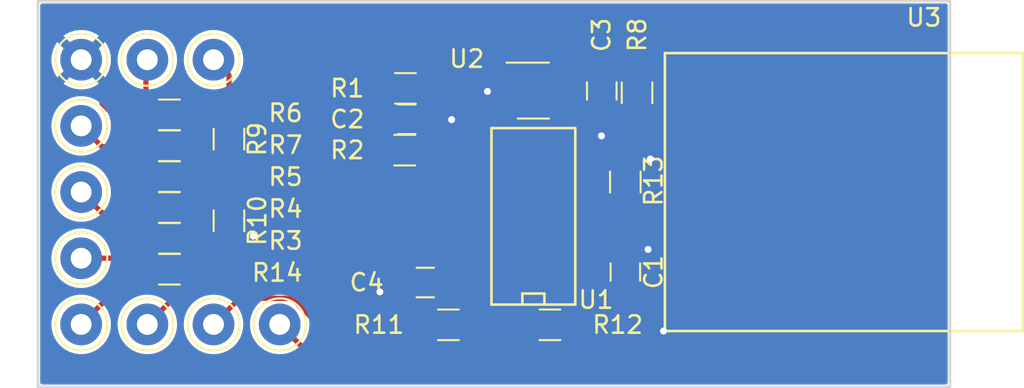
<source format=kicad_pcb>
(kicad_pcb (version 20221018) (generator pcbnew)
  (layers (0 "F.Cu" signal) (31 "B.Cu" signal) (34 "B.Paste" user) (35 "F.Paste" user) (36 "B.SilkS" user "B.Silkscreen") (37 "F.SilkS" user "F.Silkscreen") (38 "B.Mask" user) (39 "F.Mask" user) (44 "Edge.Cuts" user))
  (net 0 "")
  (net 1 "+3V3")
  (net 2 "GND")
  (net 3 "+5V")
  (net 4 "Net-(R1-Pad1)")
  (net 5 "Net-(R2-Pad1)")
  (net 6 "/TX_TO_DISPLAY")
  (net 7 "Net-(R3-Pad2)")
  (net 8 "/RX_FROM_POWER")
  (net 9 "Net-(R4-Pad2)")
  (net 10 "/TX_FROM_POWER")
  (net 11 "Net-(R5-Pad2)")
  (net 12 "/BTN_DOWN_IN")
  (net 13 "/BTN_DOWN_IN_LV")
  (net 14 "Net-(R8-Pad2)")
  (net 15 "/BTN_UP_IN")
  (net 16 "/BTN_UP_IN_LV")
  (net 17 "/BTN_UP_OUT")
  (net 18 "Net-(R11-Pad2)")
  (net 19 "/BTN_DOWN_OUT")
  (net 20 "Net-(R12-Pad2)")
  (net 21 "/TX_TO_DISPLAY_LV")
  (net 22 "/RX_FROM_POWER_LV")
  (net 23 "/TX_FROM_POWER_LV")
  (net 24 "Net-(U1-Pad6)")
  (net 25 "Net-(U1-Pad9)")
  (net 26 "Net-(U2-Pad4)")
  (net 27 "Net-(U3-Pad2)")
  (net 28 "Net-(U3-Pad3)")
  (net 29 "Net-(U3-Pad4)")
  (net 30 "Net-(U3-Pad7)")
  (net 31 "Net-(U3-Pad10)")
  (net 32 "Net-(U3-Pad12)")
  (net 33 "/RX_TO_DISPLAY")
  (net 34 "/RX_TO_DISPLAY_LV")
  (net 35 "Net-(R14-Pad2)")
  (footprint "Capacitors_SMD:C_0805_HandSoldering" (layer "F.Cu") (at 149.4395 126.53 90)
    (fp_text reference "C1" (at 0 1.625 90) (layer "F.SilkS"))
    (fp_text value "100nF")
    (fp_line (start -0.5 0.85) (end 0.5 0.85) (stroke (width 0.12)) (layer "F.SilkS"))
    (fp_line (start 0.5 -0.85) (end -0.5 -0.85) (stroke (width 0.12)) (layer "F.SilkS"))
    (pad "1" smd rect (at -1.25 0 90) (size 1.5 1.25) (layers "F.Cu" "F.Paste" "F.Mask") (net 1 "+3V3"))
    (pad "2" smd rect (at 1.25 0 90) (size 1.5 1.25) (layers "F.Cu" "F.Paste" "F.Mask") (net 2 "GND"))
  )
  (footprint "Capacitors_SMD:C_0805_HandSoldering" (layer "F.Cu") (at 136.8595 117.729)
    (fp_text reference "C2" (at -3.429 0) (layer "F.SilkS"))
    (fp_text value "10uF")
    (fp_line (start -0.5 0.85) (end 0.5 0.85) (stroke (width 0.12)) (layer "F.SilkS"))
    (fp_line (start 0.5 -0.85) (end -0.5 -0.85) (stroke (width 0.12)) (layer "F.SilkS"))
    (pad "1" smd rect (at -1.25 0) (size 1.5 1.25) (layers "F.Cu" "F.Paste" "F.Mask") (net 3 "+5V"))
    (pad "2" smd rect (at 1.25 0) (size 1.5 1.25) (layers "F.Cu" "F.Paste" "F.Mask") (net 2 "GND"))
  )
  (footprint "Capacitors_SMD:C_0805_HandSoldering" (layer "F.Cu") (at 148.082 116.098 -90)
    (fp_text reference "C3" (at -3.223 0.0195 90) (layer "F.SilkS"))
    (fp_text value "10uF")
    (fp_line (start -0.5 0.85) (end 0.5 0.85) (stroke (width 0.12)) (layer "F.SilkS"))
    (fp_line (start 0.5 -0.85) (end -0.5 -0.85) (stroke (width 0.12)) (layer "F.SilkS"))
    (pad "1" smd rect (at -1.25 0 270) (size 1.5 1.25) (layers "F.Cu" "F.Paste" "F.Mask") (net 1 "+3V3"))
    (pad "2" smd rect (at 1.25 0 270) (size 1.5 1.25) (layers "F.Cu" "F.Paste" "F.Mask") (net 2 "GND"))
  )
  (footprint "Capacitors_SMD:C_0805_HandSoldering" (layer "F.Cu") (at 137.922 127.127 180)
    (fp_text reference "C4" (at 3.375 0 180) (layer "F.SilkS"))
    (fp_text value "100nF")
    (fp_line (start -0.5 0.85) (end 0.5 0.85) (stroke (width 0.12)) (layer "F.SilkS"))
    (fp_line (start 0.5 -0.85) (end -0.5 -0.85) (stroke (width 0.12)) (layer "F.SilkS"))
    (pad "1" smd rect (at -1.25 0 180) (size 1.5 1.25) (layers "F.Cu" "F.Paste" "F.Mask") (net 3 "+5V"))
    (pad "2" smd rect (at 1.25 0 180) (size 1.5 1.25) (layers "F.Cu" "F.Paste" "F.Mask") (net 2 "GND"))
  )
  (footprint "Resistors_SMD:R_0805_HandSoldering" (layer "F.Cu") (at 136.7795 115.951 180)
    (fp_text reference "R1" (at 3.349 0 180) (layer "F.SilkS"))
    (fp_text value "10k")
    (fp_line (start -0.6 -0.88) (end 0.6 -0.88) (stroke (width 0.12)) (layer "F.SilkS"))
    (fp_line (start 0.6 0.88) (end -0.6 0.88) (stroke (width 0.12)) (layer "F.SilkS"))
    (pad "1" smd rect (at -1.35 0 180) (size 1.5 1.3) (layers "F.Cu" "F.Paste" "F.Mask") (net 4 "Net-(R1-Pad1)"))
    (pad "2" smd rect (at 1.35 0 180) (size 1.5 1.3) (layers "F.Cu" "F.Paste" "F.Mask") (net 3 "+5V"))
  )
  (footprint "Resistors_SMD:R_0805_HandSoldering" (layer "F.Cu") (at 136.7325 119.507 180)
    (fp_text reference "R2" (at 3.302 0 180) (layer "F.SilkS"))
    (fp_text value "10k")
    (fp_line (start -0.6 -0.88) (end 0.6 -0.88) (stroke (width 0.12)) (layer "F.SilkS"))
    (fp_line (start 0.6 0.88) (end -0.6 0.88) (stroke (width 0.12)) (layer "F.SilkS"))
    (pad "1" smd rect (at -1.35 0 180) (size 1.5 1.3) (layers "F.Cu" "F.Paste" "F.Mask") (net 5 "Net-(R2-Pad1)"))
    (pad "2" smd rect (at 1.35 0 180) (size 1.5 1.3) (layers "F.Cu" "F.Paste" "F.Mask") (net 1 "+3V3"))
  )
  (footprint "Resistors_SMD:R_0805_HandSoldering" (layer "F.Cu") (at 123.19 124.587)
    (fp_text reference "R3" (at 6.685 0.138) (layer "F.SilkS"))
    (fp_text value "1k")
    (fp_line (start -0.6 -0.88) (end 0.6 -0.88) (stroke (width 0.12)) (layer "F.SilkS"))
    (fp_line (start 0.6 0.88) (end -0.6 0.88) (stroke (width 0.12)) (layer "F.SilkS"))
    (pad "1" smd rect (at -1.35 0) (size 1.5 1.3) (layers "F.Cu" "F.Paste" "F.Mask") (net 6 "/TX_TO_DISPLAY"))
    (pad "2" smd rect (at 1.35 0) (size 1.5 1.3) (layers "F.Cu" "F.Paste" "F.Mask") (net 7 "Net-(R3-Pad2)"))
  )
  (footprint "Resistors_SMD:R_0805_HandSoldering" (layer "F.Cu") (at 123.19 122.809)
    (fp_text reference "R4" (at 6.685 0.0785) (layer "F.SilkS"))
    (fp_text value "1k")
    (fp_line (start -0.6 -0.88) (end 0.6 -0.88) (stroke (width 0.12)) (layer "F.SilkS"))
    (fp_line (start 0.6 0.88) (end -0.6 0.88) (stroke (width 0.12)) (layer "F.SilkS"))
    (pad "1" smd rect (at -1.35 0) (size 1.5 1.3) (layers "F.Cu" "F.Paste" "F.Mask") (net 10 "/TX_FROM_POWER"))
    (pad "2" smd rect (at 1.35 0) (size 1.5 1.3) (layers "F.Cu" "F.Paste" "F.Mask") (net 9 "Net-(R4-Pad2)"))
  )
  (footprint "Resistors_SMD:R_0805_HandSoldering" (layer "F.Cu") (at 123.19 121.031)
    (fp_text reference "R5" (at 6.685 0.019) (layer "F.SilkS"))
    (fp_text value "1k")
    (fp_line (start -0.6 -0.88) (end 0.6 -0.88) (stroke (width 0.12)) (layer "F.SilkS"))
    (fp_line (start 0.6 0.88) (end -0.6 0.88) (stroke (width 0.12)) (layer "F.SilkS"))
    (pad "1" smd rect (at -1.35 0) (size 1.5 1.3) (layers "F.Cu" "F.Paste" "F.Mask") (net 8 "/RX_FROM_POWER"))
    (pad "2" smd rect (at 1.35 0) (size 1.5 1.3) (layers "F.Cu" "F.Paste" "F.Mask") (net 11 "Net-(R5-Pad2)"))
  )
  (footprint "Resistors_SMD:R_0805_HandSoldering" (layer "F.Cu") (at 123.19 117.475)
    (fp_text reference "R6" (at 6.685 -0.1 180) (layer "F.SilkS"))
    (fp_text value "1k")
    (fp_line (start -0.6 -0.88) (end 0.6 -0.88) (stroke (width 0.12)) (layer "F.SilkS"))
    (fp_line (start 0.6 0.88) (end -0.6 0.88) (stroke (width 0.12)) (layer "F.SilkS"))
    (pad "1" smd rect (at -1.35 0) (size 1.5 1.3) (layers "F.Cu" "F.Paste" "F.Mask") (net 12 "/BTN_DOWN_IN"))
    (pad "2" smd rect (at 1.35 0) (size 1.5 1.3) (layers "F.Cu" "F.Paste" "F.Mask") (net 13 "/BTN_DOWN_IN_LV"))
  )
  (footprint "Resistors_SMD:R_0805_HandSoldering" (layer "F.Cu") (at 123.19 119.253 180)
    (fp_text reference "R7" (at -6.685 0.0405) (layer "F.SilkS"))
    (fp_text value "2k")
    (fp_line (start -0.6 -0.88) (end 0.6 -0.88) (stroke (width 0.12)) (layer "F.SilkS"))
    (fp_line (start 0.6 0.88) (end -0.6 0.88) (stroke (width 0.12)) (layer "F.SilkS"))
    (pad "1" smd rect (at -1.35 0 180) (size 1.5 1.3) (layers "F.Cu" "F.Paste" "F.Mask") (net 13 "/BTN_DOWN_IN_LV"))
    (pad "2" smd rect (at 1.35 0 180) (size 1.5 1.3) (layers "F.Cu" "F.Paste" "F.Mask") (net 2 "GND"))
  )
  (footprint "Resistors_SMD:R_0805_HandSoldering" (layer "F.Cu") (at 150.114 116.205 -90)
    (fp_text reference "R8" (at -3.33 -0.011 270) (layer "F.SilkS"))
    (fp_text value "10k")
    (fp_line (start -0.6 -0.88) (end 0.6 -0.88) (stroke (width 0.12)) (layer "F.SilkS"))
    (fp_line (start 0.6 0.88) (end -0.6 0.88) (stroke (width 0.12)) (layer "F.SilkS"))
    (pad "1" smd rect (at -1.35 0 270) (size 1.5 1.3) (layers "F.Cu" "F.Paste" "F.Mask") (net 1 "+3V3"))
    (pad "2" smd rect (at 1.35 0 270) (size 1.5 1.3) (layers "F.Cu" "F.Paste" "F.Mask") (net 14 "Net-(R8-Pad2)"))
  )
  (footprint "Resistors_SMD:R_0805_HandSoldering" (layer "F.Cu") (at 126.619 118.872 -90)
    (fp_text reference "R9" (at 0.003 -1.631 90) (layer "F.SilkS"))
    (fp_text value "1k")
    (fp_line (start -0.6 -0.88) (end 0.6 -0.88) (stroke (width 0.12)) (layer "F.SilkS"))
    (fp_line (start 0.6 0.88) (end -0.6 0.88) (stroke (width 0.12)) (layer "F.SilkS"))
    (pad "1" smd rect (at -1.35 0 270) (size 1.5 1.3) (layers "F.Cu" "F.Paste" "F.Mask") (net 15 "/BTN_UP_IN"))
    (pad "2" smd rect (at 1.35 0 270) (size 1.5 1.3) (layers "F.Cu" "F.Paste" "F.Mask") (net 16 "/BTN_UP_IN_LV"))
  )
  (footprint "Resistors_SMD:R_0805_HandSoldering" (layer "F.Cu") (at 126.619 123.571 -90)
    (fp_text reference "R10" (at -0.0085 -1.631 90) (layer "F.SilkS"))
    (fp_text value "2k")
    (fp_line (start -0.6 -0.88) (end 0.6 -0.88) (stroke (width 0.12)) (layer "F.SilkS"))
    (fp_line (start 0.6 0.88) (end -0.6 0.88) (stroke (width 0.12)) (layer "F.SilkS"))
    (pad "1" smd rect (at -1.35 0 270) (size 1.5 1.3) (layers "F.Cu" "F.Paste" "F.Mask") (net 16 "/BTN_UP_IN_LV"))
    (pad "2" smd rect (at 1.35 0 270) (size 1.5 1.3) (layers "F.Cu" "F.Paste" "F.Mask") (net 2 "GND"))
  )
  (footprint "Resistors_SMD:R_0805_HandSoldering" (layer "F.Cu") (at 139.25 129.5625)
    (fp_text reference "R11" (at -4 0) (layer "F.SilkS"))
    (fp_text value "10k")
    (fp_line (start -0.6 -0.88) (end 0.6 -0.88) (stroke (width 0.12)) (layer "F.SilkS"))
    (fp_line (start 0.6 0.88) (end -0.6 0.88) (stroke (width 0.12)) (layer "F.SilkS"))
    (pad "1" smd rect (at -1.35 0) (size 1.5 1.3) (layers "F.Cu" "F.Paste" "F.Mask") (net 17 "/BTN_UP_OUT"))
    (pad "2" smd rect (at 1.35 0) (size 1.5 1.3) (layers "F.Cu" "F.Paste" "F.Mask") (net 18 "Net-(R11-Pad2)"))
  )
  (footprint "Resistors_SMD:R_0805_HandSoldering" (layer "F.Cu") (at 145.1 129.5625)
    (fp_text reference "R12" (at 3.9 0) (layer "F.SilkS"))
    (fp_text value "10k")
    (fp_line (start -0.6 -0.88) (end 0.6 -0.88) (stroke (width 0.12)) (layer "F.SilkS"))
    (fp_line (start 0.6 0.88) (end -0.6 0.88) (stroke (width 0.12)) (layer "F.SilkS"))
    (pad "1" smd rect (at -1.35 0) (size 1.5 1.3) (layers "F.Cu" "F.Paste" "F.Mask") (net 19 "/BTN_DOWN_OUT"))
    (pad "2" smd rect (at 1.35 0) (size 1.5 1.3) (layers "F.Cu" "F.Paste" "F.Mask") (net 20 "Net-(R12-Pad2)"))
  )
  (footprint "SMD_Packages:SOIC-14_N" (layer "F.Cu") (at 144.018 123.317 90)
    (fp_text reference "U1" (at -4.808 3.732 180) (layer "F.SilkS"))
    (fp_text value "TXB0104")
    (fp_line (start -5.08 -2.286) (end 5.08 -2.286) (stroke (width 0.15)) (layer "F.SilkS"))
    (fp_line (start -5.08 -0.508) (end -4.445 -0.508) (stroke (width 0.15)) (layer "F.SilkS"))
    (fp_line (start -5.08 2.54) (end -5.08 -2.286) (stroke (width 0.15)) (layer "F.SilkS"))
    (fp_line (start -4.445 -0.508) (end -4.445 0.762) (stroke (width 0.15)) (layer "F.SilkS"))
    (fp_line (start -4.445 0.762) (end -5.08 0.762) (stroke (width 0.15)) (layer "F.SilkS"))
    (fp_line (start 5.08 -2.286) (end 5.08 2.54) (stroke (width 0.15)) (layer "F.SilkS"))
    (fp_line (start 5.08 2.54) (end -5.08 2.54) (stroke (width 0.15)) (layer "F.SilkS"))
    (pad "1" smd rect (at -3.81 3.302 90) (size 0.508 1.143) (layers "F.Cu" "F.Paste" "F.Mask") (net 1 "+3V3"))
    (pad "2" smd rect (at -2.54 3.302 90) (size 0.508 1.143) (layers "F.Cu" "F.Paste" "F.Mask") (net 34 "/RX_TO_DISPLAY_LV"))
    (pad "3" smd rect (at -1.27 3.302 90) (size 0.508 1.143) (layers "F.Cu" "F.Paste" "F.Mask") (net 21 "/TX_TO_DISPLAY_LV"))
    (pad "4" smd rect (at 0 3.302 90) (size 0.508 1.143) (layers "F.Cu" "F.Paste" "F.Mask") (net 23 "/TX_FROM_POWER_LV"))
    (pad "5" smd rect (at 1.27 3.302 90) (size 0.508 1.143) (layers "F.Cu" "F.Paste" "F.Mask") (net 22 "/RX_FROM_POWER_LV"))
    (pad "6" smd rect (at 2.54 3.302 90) (size 0.508 1.143) (layers "F.Cu" "F.Paste" "F.Mask") (net 24 "Net-(U1-Pad6)"))
    (pad "7" smd rect (at 3.81 3.302 90) (size 0.508 1.143) (layers "F.Cu" "F.Paste" "F.Mask") (net 2 "GND"))
    (pad "8" smd rect (at 3.81 -3.048 90) (size 0.508 1.143) (layers "F.Cu" "F.Paste" "F.Mask") (net 5 "Net-(R2-Pad1)"))
    (pad "9" smd rect (at 2.54 -3.048 90) (size 0.508 1.143) (layers "F.Cu" "F.Paste" "F.Mask") (net 25 "Net-(U1-Pad9)"))
    (pad "10" smd rect (at 1.27 -3.048 90) (size 0.508 1.143) (layers "F.Cu" "F.Paste" "F.Mask") (net 11 "Net-(R5-Pad2)"))
    (pad "11" smd rect (at 0 -3.048 90) (size 0.508 1.143) (layers "F.Cu" "F.Paste" "F.Mask") (net 9 "Net-(R4-Pad2)"))
    (pad "12" smd rect (at -1.27 -3.048 90) (size 0.508 1.143) (layers "F.Cu" "F.Paste" "F.Mask") (net 7 "Net-(R3-Pad2)"))
    (pad "13" smd rect (at -2.54 -3.048 90) (size 0.508 1.143) (layers "F.Cu" "F.Paste" "F.Mask") (net 35 "Net-(R14-Pad2)"))
    (pad "14" smd rect (at -3.81 -3.048 90) (size 0.508 1.143) (layers "F.Cu" "F.Paste" "F.Mask") (net 3 "+5V"))
  )
  (footprint "TO_SOT_Packages_SMD:SOT-23-5_HandSoldering" (layer "F.Cu") (at 144.145 116.078)
    (fp_text reference "U2" (at -3.8325 -1.828) (layer "F.SilkS"))
    (fp_text value "AP2112")
    (fp_line (start -0.9 1.61) (end 0.9 1.61) (stroke (width 0.12)) (layer "F.SilkS"))
    (fp_line (start 0.9 -1.61) (end -1.55 -1.61) (stroke (width 0.12)) (layer "F.SilkS"))
    (pad "1" smd rect (at -1.35 -0.95) (size 1.56 0.65) (layers "F.Cu" "F.Paste" "F.Mask") (net 3 "+5V"))
    (pad "2" smd rect (at -1.35 0) (size 1.56 0.65) (layers "F.Cu" "F.Paste" "F.Mask") (net 2 "GND"))
    (pad "3" smd rect (at -1.35 0.95) (size 1.56 0.65) (layers "F.Cu" "F.Paste" "F.Mask") (net 4 "Net-(R1-Pad1)"))
    (pad "4" smd rect (at 1.35 0.95) (size 1.56 0.65) (layers "F.Cu" "F.Paste" "F.Mask") (net 26 "Net-(U2-Pad4)"))
    (pad "5" smd rect (at 1.35 -0.95) (size 1.56 0.65) (layers "F.Cu" "F.Paste" "F.Mask") (net 1 "+3V3"))
  )
  (footprint "NQBit.pretty:ESP8266_07" (layer "F.Cu") (at 159.766 121.92 -90)
    (fp_text reference "U3" (at -10.045 -6.859) (layer "F.SilkS"))
    (fp_text value "ESP8266_12S")
    (fp_line (start -8 -12.55) (end -8 8.05) (stroke (width 0.15)) (layer "F.SilkS"))
    (fp_line (start -8 8.05) (end 8 8.05) (stroke (width 0.15)) (layer "F.SilkS"))
    (fp_line (start 8 -12.55) (end -8 -12.55) (stroke (width 0.15)) (layer "F.SilkS"))
    (fp_line (start 8 8.05) (end 8 -12.55) (stroke (width 0.15)) (layer "F.SilkS"))
    (pad "1" smd rect (at -8 -7 270) (size 2.5 1.1) (layers "F.Cu" "F.Paste" "F.Mask") (net 14 "Net-(R8-Pad2)"))
    (pad "2" smd rect (at -8 -5 270) (size 2.5 1.1) (layers "F.Cu" "F.Paste" "F.Mask") (net 27 "Net-(U3-Pad2)"))
    (pad "3" smd rect (at -8 -3 270) (size 2.5 1.1) (layers "F.Cu" "F.Paste" "F.Mask") (net 28 "Net-(U3-Pad3)"))
    (pad "4" smd rect (at -8 -1 270) (size 2.5 1.1) (layers "F.Cu" "F.Paste" "F.Mask") (net 29 "Net-(U3-Pad4)"))
    (pad "5" smd rect (at -8 1 270) (size 2.5 1.1) (layers "F.Cu" "F.Paste" "F.Mask") (net 13 "/BTN_DOWN_IN_LV"))
    (pad "6" smd rect (at -8 3 270) (size 2.5 1.1) (layers "F.Cu" "F.Paste" "F.Mask") (net 16 "/BTN_UP_IN_LV"))
    (pad "7" smd rect (at -8 5 270) (size 2.5 1.1) (layers "F.Cu" "F.Paste" "F.Mask") (net 30 "Net-(U3-Pad7)"))
    (pad "8" smd rect (at -8 7 270) (size 2.5 1.1) (layers "F.Cu" "F.Paste" "F.Mask") (net 1 "+3V3"))
    (pad "9" smd rect (at 8 7 270) (size 2.5 1.1) (layers "F.Cu" "F.Paste" "F.Mask") (net 2 "GND"))
    (pad "10" smd rect (at 8 5 270) (size 2.5 1.1) (layers "F.Cu" "F.Paste" "F.Mask") (net 31 "Net-(U3-Pad10)"))
    (pad "11" smd rect (at 8 3 270) (size 2.5 1.1) (layers "F.Cu" "F.Paste" "F.Mask") (net 21 "/TX_TO_DISPLAY_LV"))
    (pad "12" smd rect (at 8 1 270) (size 2.5 1.1) (layers "F.Cu" "F.Paste" "F.Mask") (net 32 "Net-(U3-Pad12)"))
    (pad "13" smd rect (at 8 -1 270) (size 2.5 1.1) (layers "F.Cu" "F.Paste" "F.Mask") (net 20 "Net-(R12-Pad2)"))
    (pad "14" smd rect (at 8 -3 270) (size 2.5 1.1) (layers "F.Cu" "F.Paste" "F.Mask") (net 18 "Net-(R11-Pad2)"))
    (pad "15" smd rect (at 8 -5 270) (size 2.5 1.1) (layers "F.Cu" "F.Paste" "F.Mask") (net 23 "/TX_FROM_POWER_LV"))
    (pad "16" smd rect (at 8 -7 270) (size 2.5 1.1) (layers "F.Cu" "F.Paste" "F.Mask") (net 22 "/RX_FROM_POWER_LV"))
  )
  (footprint "Connect:Pin_d1.0mm_L10.0mm_LooseFit" (layer "F.Cu") (at 121.92 114.3)
    (fp_text reference "J1" hide)
    (fp_text value "Conn_01x01")
    (fp_circle (center 0 0) (end 1.5 0.05) (stroke (width 0.12)) (fill none) (layer "F.SilkS"))
    (pad "1" thru_hole circle (at 0 0) (size 2.4 2.4) (drill 1.2) (layers "*.Cu" "*.Mask") (net 12 "/BTN_DOWN_IN"))
  )
  (footprint "Connect:Pin_d1.0mm_L10.0mm_LooseFit" (layer "F.Cu") (at 125.73 114.3)
    (fp_text reference "J2" hide)
    (fp_text value "Conn_01x01")
    (fp_circle (center 0 0) (end 1.5 0.05) (stroke (width 0.12)) (fill none) (layer "F.SilkS"))
    (pad "1" thru_hole circle (at 0 0) (size 2.4 2.4) (drill 1.2) (layers "*.Cu" "*.Mask") (net 15 "/BTN_UP_IN"))
  )
  (footprint "Connect:Pin_d1.0mm_L10.0mm_LooseFit" (layer "F.Cu") (at 125.73 129.54 180)
    (fp_text reference "J3" hide)
    (fp_text value "Conn_01x01")
    (fp_circle (center 0 0) (end 1.5 0.05) (stroke (width 0.12)) (fill none) (layer "F.SilkS"))
    (pad "1" thru_hole circle (at 0 0 180) (size 2.4 2.4) (drill 1.2) (layers "*.Cu" "*.Mask") (net 17 "/BTN_UP_OUT"))
  )
  (footprint "Connect:Pin_d1.0mm_L10.0mm_LooseFit" (layer "F.Cu") (at 129.54 129.54 180)
    (fp_text reference "J4" hide)
    (fp_text value "Conn_01x01")
    (fp_circle (center 0 0) (end 1.5 0.05) (stroke (width 0.12)) (fill none) (layer "F.SilkS"))
    (pad "1" thru_hole circle (at 0 0 180) (size 2.4 2.4) (drill 1.2) (layers "*.Cu" "*.Mask") (net 19 "/BTN_DOWN_OUT"))
  )
  (footprint "Connect:Pin_d1.0mm_L10.0mm_LooseFit" (layer "F.Cu") (at 118.11 129.54)
    (fp_text reference "J5" hide)
    (fp_text value "Conn_01x01")
    (fp_circle (center 0 0) (end 1.5 0.05) (stroke (width 0.12)) (fill none) (layer "F.SilkS"))
    (pad "1" thru_hole circle (at 0 0) (size 2.4 2.4) (drill 1.2) (layers "*.Cu" "*.Mask") (net 33 "/RX_TO_DISPLAY"))
  )
  (footprint "Connect:Pin_d1.0mm_L10.0mm_LooseFit" (layer "F.Cu") (at 118.11 125.73)
    (fp_text reference "J6" hide)
    (fp_text value "Conn_01x01")
    (fp_circle (center 0 0) (end 1.5 0.05) (stroke (width 0.12)) (fill none) (layer "F.SilkS"))
    (pad "1" thru_hole circle (at 0 0) (size 2.4 2.4) (drill 1.2) (layers "*.Cu" "*.Mask") (net 6 "/TX_TO_DISPLAY"))
  )
  (footprint "Connect:Pin_d1.0mm_L10.0mm_LooseFit" (layer "F.Cu") (at 118.11 121.92)
    (fp_text reference "J7" hide)
    (fp_text value "Conn_01x01")
    (fp_circle (center 0 0) (end 1.5 0.05) (stroke (width 0.12)) (fill none) (layer "F.SilkS"))
    (pad "1" thru_hole circle (at 0 0) (size 2.4 2.4) (drill 1.2) (layers "*.Cu" "*.Mask") (net 10 "/TX_FROM_POWER"))
  )
  (footprint "Connect:Pin_d1.0mm_L10.0mm_LooseFit" (layer "F.Cu") (at 118.11 118.11)
    (fp_text reference "J8" hide)
    (fp_text value "Conn_01x01")
    (fp_circle (center 0 0) (end 1.5 0.05) (stroke (width 0.12)) (fill none) (layer "F.SilkS"))
    (pad "1" thru_hole circle (at 0 0) (size 2.4 2.4) (drill 1.2) (layers "*.Cu" "*.Mask") (net 8 "/RX_FROM_POWER"))
  )
  (footprint "Resistors_SMD:R_0805_HandSoldering" (layer "F.Cu") (at 149.4395 121.3425 90)
    (fp_text reference "R13" (at 0.0625 1.625 90) (layer "F.SilkS"))
    (fp_text value "10k")
    (fp_line (start -0.6 -0.88) (end 0.6 -0.88) (stroke (width 0.12)) (layer "F.SilkS"))
    (fp_line (start 0.6 0.88) (end -0.6 0.88) (stroke (width 0.12)) (layer "F.SilkS"))
    (pad "1" smd rect (at -1.35 0 90) (size 1.5 1.3) (layers "F.Cu" "F.Paste" "F.Mask") (net 34 "/RX_TO_DISPLAY_LV"))
    (pad "2" smd rect (at 1.35 0 90) (size 1.5 1.3) (layers "F.Cu" "F.Paste" "F.Mask") (net 2 "GND"))
  )
  (footprint "Resistors_SMD:R_0805_HandSoldering" (layer "F.Cu") (at 123.19 126.365)
    (fp_text reference "R14" (at 6.20881 0.1975 180) (layer "F.SilkS"))
    (fp_text value "1k")
    (fp_line (start -0.6 -0.88) (end 0.6 -0.88) (stroke (width 0.12)) (layer "F.SilkS"))
    (fp_line (start 0.6 0.88) (end -0.6 0.88) (stroke (width 0.12)) (layer "F.SilkS"))
    (pad "1" smd rect (at -1.35 0) (size 1.5 1.3) (layers "F.Cu" "F.Paste" "F.Mask") (net 33 "/RX_TO_DISPLAY"))
    (pad "2" smd rect (at 1.35 0) (size 1.5 1.3) (layers "F.Cu" "F.Paste" "F.Mask") (net 35 "Net-(R14-Pad2)"))
  )
  (footprint "Connect:Pin_d1.0mm_L10.0mm_LooseFit" (layer "F.Cu") (at 121.92 129.54 180)
    (fp_text reference "J9" hide)
    (fp_text value "Conn_01x01")
    (fp_circle (center 0 0) (end 1.5 0.05) (stroke (width 0.12)) (fill none) (layer "F.SilkS"))
    (pad "1" thru_hole circle (at 0 0 180) (size 2.4 2.4) (drill 1.2) (layers "*.Cu" "*.Mask") (net 3 "+5V"))
  )
  (footprint "Connect:Pin_d1.0mm_L10.0mm_LooseFit" (layer "F.Cu") (at 118.11 114.3)
    (fp_text reference "J10" hide)
    (fp_text value "Conn_01x01")
    (fp_circle (center 0 0) (end 1.5 0.05) (stroke (width 0.12)) (fill none) (layer "F.SilkS"))
    (pad "1" thru_hole circle (at 0 0) (size 2.4 2.4) (drill 1.2) (layers "*.Cu" "*.Mask") (net 2 "GND"))
  )
  (gr_line (start 115.625 133.125) (end 168.125 133.125) (stroke (width 0.15)) (layer "Edge.Cuts"))
  (gr_line (start 168.125 110.9375) (end 115.625 110.9375) (stroke (width 0.15)) (layer "Edge.Cuts"))
  (gr_line (start 168.125 133.125) (end 168.125 110.9375) (stroke (width 0.15)) (layer "Edge.Cuts"))
  (gr_line (start 115.625 110.9375) (end 115.625 133.125) (stroke (width 0.15)) (layer "Edge.Cuts"))
  (segment (start 135.3825 119.507) (end 135.4825 119.507) (width 0.3) (layer "F.Cu") (net 1))
  (segment (start 144.412599 115.755401) (end 144.412599 117.875) (width 0.3) (layer "F.Cu") (net 1))
  (segment (start 145.495 115.128) (end 145.04 115.128) (width 0.3) (layer "F.Cu") (net 1))
  (segment (start 150.114 114.855) (end 148.089 114.855) (width 0.3) (layer "F.Cu") (net 1))
  (segment (start 135.4825 119.507) (end 136.434901 120.459401) (width 0.3) (layer "F.Cu") (net 1))
  (segment (start 142.779401 120.220599) (end 144.412599 118.587401) (width 0.3) (layer "F.Cu") (net 1))
  (segment (start 144.412599 118.587401) (end 144.412599 117.875) (width 0.3) (layer "F.Cu") (net 1))
  (segment (start 147.0025 127.127) (end 147.32 127.127) (width 0.3) (layer "F.Cu") (net 1))
  (segment (start 145.775 114.848) (end 145.495 115.128) (width 0.3) (layer "F.Cu") (net 1))
  (segment (start 136.434901 120.459401) (end 139.103099 120.459401) (width 0.3) (layer "F.Cu") (net 1))
  (segment (start 148.089 114.855) (end 148.082 114.848) (width 0.3) (layer "F.Cu") (net 1))
  (segment (start 147.973 127.78) (end 147.32 127.127) (width 0.3) (layer "F.Cu") (net 1))
  (segment (start 149.4395 127.78) (end 147.973 127.78) (width 0.3) (layer "F.Cu") (net 1))
  (segment (start 148.082 114.848) (end 145.775 114.848) (width 0.3) (layer "F.Cu") (net 1))
  (segment (start 144.412599 117.875) (end 144.412599 124.537099) (width 0.3) (layer "F.Cu") (net 1))
  (segment (start 151.049 113.92) (end 150.114 114.855) (width 0.3) (layer "F.Cu") (net 1))
  (segment (start 139.103099 120.459401) (end 139.341901 120.220599) (width 0.3) (layer "F.Cu") (net 1))
  (segment (start 144.412599 124.537099) (end 147.0025 127.127) (width 0.3) (layer "F.Cu") (net 1))
  (segment (start 152.766 113.92) (end 151.049 113.92) (width 0.3) (layer "F.Cu") (net 1))
  (segment (start 145.04 115.128) (end 144.412599 115.755401) (width 0.3) (layer "F.Cu") (net 1))
  (segment (start 139.341901 120.220599) (end 142.779401 120.220599) (width 0.3) (layer "F.Cu") (net 1))
  (segment (start 136.672 127.127) (end 135.622 127.127) (width 0.3) (layer "F.Cu") (net 2))
  (segment (start 149.4395 125.28) (end 150.691 125.28) (width 0.3) (layer "F.Cu") (net 2))
  (segment (start 142.795 116.078) (end 141.547 116.078) (width 0.3) (layer "F.Cu") (net 2))
  (segment (start 135.622 127.127) (end 135.305576 127.443424) (width 0.3) (layer "F.Cu") (net 2))
  (segment (start 119.309999 116.822999) (end 119.309999 115.499999) (width 0.3) (layer "F.Cu") (net 2))
  (segment (start 148.082 118.668) (end 148.0625 118.6875) (width 0.3) (layer "F.Cu") (net 2))
  (segment (start 152.766 129.92) (end 151.639 129.92) (width 0.3) (layer "F.Cu") (net 2))
  (segment (start 121.84 119.253) (end 121.74 119.253) (width 0.3) (layer "F.Cu") (net 2))
  (segment (start 148.954 119.507) (end 149.4395 119.9925) (width 0.3) (layer "F.Cu") (net 2))
  (segment (start 147.32 119.507) (end 148.954 119.507) (width 0.3) (layer "F.Cu") (net 2))
  (segment (start 148.082 117.348) (end 148.082 118.668) (width 0.3) (layer "F.Cu") (net 2))
  (segment (start 119.309999 115.499999) (end 118.11 114.3) (width 0.3) (layer "F.Cu") (net 2))
  (segment (start 149.4395 119.9925) (end 150.8535 119.9925) (width 0.3) (layer "F.Cu") (net 2))
  (segment (start 138.1095 117.729) (end 139.4165 117.729) (width 0.3) (layer "F.Cu") (net 2))
  (segment (start 135.305576 127.443424) (end 135.305576 127.66759) (width 0.3) (layer "F.Cu") (net 2))
  (segment (start 139.4165 117.729) (end 139.4375 117.75) (width 0.3) (layer "F.Cu") (net 2))
  (segment (start 150.691 125.28) (end 150.749 125.222) (width 0.3) (layer "F.Cu") (net 2))
  (segment (start 127.555 124.921) (end 128.016 124.46) (width 0.3) (layer "F.Cu") (net 2))
  (segment (start 150.8535 119.9925) (end 150.876 120.015) (width 0.3) (layer "F.Cu") (net 2))
  (segment (start 121.74 119.253) (end 119.309999 116.822999) (width 0.3) (layer "F.Cu") (net 2))
  (segment (start 151.639 129.92) (end 151.638 129.921) (width 0.3) (layer "F.Cu") (net 2))
  (segment (start 141.547 116.078) (end 141.5 116.125) (width 0.3) (layer "F.Cu") (net 2))
  (segment (start 126.619 124.921) (end 127.555 124.921) (width 0.3) (layer "F.Cu") (net 2))
  (via (at 141.5 116.125) (size 0.6) (drill 0.4) (layers "F.Cu" "B.Cu") (net 2))
  (via (at 128.016 124.46) (size 0.6) (drill 0.4) (layers "F.Cu" "B.Cu") (net 2))
  (via (at 150.749 125.222) (size 0.6) (drill 0.4) (layers "F.Cu" "B.Cu") (net 2))
  (via (at 151.638 129.921) (size 0.6) (drill 0.4) (layers "F.Cu" "B.Cu") (net 2))
  (via (at 139.4375 117.75) (size 0.6) (drill 0.4) (layers "F.Cu" "B.Cu") (net 2))
  (via (at 150.876 120.015) (size 0.6) (drill 0.4) (layers "F.Cu" "B.Cu") (net 2))
  (via (at 135.305576 127.66759) (size 0.6) (drill 0.4) (layers "F.Cu" "B.Cu") (net 2))
  (via (at 148.0625 118.6875) (size 0.6) (drill 0.4) (layers "F.Cu" "B.Cu") (net 2))
  (segment (start 135.6095 117.729) (end 134.5595 117.729) (width 0.3) (layer "F.Cu") (net 3))
  (segment (start 141.2875 127.127) (end 140.97 127.127) (width 0.3) (layer "F.Cu") (net 3))
  (segment (start 134.330099 120.398921) (end 135.421777 121.490599) (width 0.3) (layer "F.Cu") (net 3))
  (segment (start 130.448547 127.585189) (end 123.874811 127.585189) (width 0.3) (layer "F.Cu") (net 3))
  (segment (start 135.421777 121.490599) (end 141.783421 121.490599) (width 0.3) (layer "F.Cu") (net 3))
  (segment (start 142.3125 126.102) (end 141.2875 127.127) (width 0.3) (layer "F.Cu") (net 3))
  (segment (start 142.3125 122.019678) (end 142.3125 126.102) (width 0.3) (layer "F.Cu") (net 3))
  (segment (start 142.795 115.128) (end 141.715 115.128) (width 0.3) (layer "F.Cu") (net 3))
  (segment (start 139.172 127.127) (end 140.97 127.127) (width 0.3) (layer "F.Cu") (net 3))
  (segment (start 141.783421 121.490599) (end 142.3125 122.019678) (width 0.3) (layer "F.Cu") (net 3))
  (segment (start 123.874811 127.585189) (end 121.92 129.54) (width 0.3) (layer "F.Cu") (net 3))
  (segment (start 134.5595 117.729) (end 134.330099 117.958401) (width 0.3) (layer "F.Cu") (net 3))
  (segment (start 139.172 127.127) (end 138.498599 127.127) (width 0.3) (layer "F.Cu") (net 3))
  (segment (start 136.481901 114.998599) (end 135.5295 115.951) (width 0.3) (layer "F.Cu") (net 3))
  (segment (start 134.330099 117.958401) (end 134.330099 120.398921) (width 0.3) (layer "F.Cu") (net 3))
  (segment (start 139.172 127.127) (end 139.047 127.127) (width 0.3) (layer "F.Cu") (net 3))
  (segment (start 135.5295 115.951) (end 135.4295 115.951) (width 0.3) (layer "F.Cu") (net 3))
  (segment (start 131.133358 128.27) (end 130.448547 127.585189) (width 0.3) (layer "F.Cu") (net 3))
  (segment (start 141.715 115.128) (end 141.585599 114.998599) (width 0.3) (layer "F.Cu") (net 3))
  (segment (start 135.4295 115.951) (end 135.4295 117.549) (width 0.3) (layer "F.Cu") (net 3))
  (segment (start 137.904 128.27) (end 131.133358 128.27) (width 0.3) (layer "F.Cu") (net 3))
  (segment (start 135.4295 117.549) (end 135.6095 117.729) (width 0.3) (layer "F.Cu") (net 3))
  (segment (start 141.585599 114.998599) (end 136.481901 114.998599) (width 0.3) (layer "F.Cu") (net 3))
  (segment (start 139.047 127.127) (end 137.904 128.27) (width 0.3) (layer "F.Cu") (net 3))
  (segment (start 139.1795 115.951) (end 140.2565 117.028) (width 0.3) (layer "F.Cu") (net 4))
  (segment (start 140.2565 117.028) (end 142.795 117.028) (width 0.3) (layer "F.Cu") (net 4))
  (segment (start 138.1295 115.951) (end 139.1795 115.951) (width 0.3) (layer "F.Cu") (net 4))
  (segment (start 138.0825 119.507) (end 140.97 119.507) (width 0.3) (layer "F.Cu") (net 5))
  (segment (start 120.597 125.73) (end 121.74 124.587) (width 0.3) (layer "F.Cu") (net 6))
  (segment (start 118.11 125.73) (end 120.597 125.73) (width 0.3) (layer "F.Cu") (net 6))
  (segment (start 121.74 124.587) (end 121.84 124.587) (width 0.3) (layer "F.Cu") (net 6))
  (segment (start 125.592401 125.539401) (end 124.64 124.587) (width 0.3) (layer "F.Cu") (net 7))
  (segment (start 140.97 124.587) (end 128.897322 124.587) (width 0.3) (layer "F.Cu") (net 7))
  (segment (start 128.897322 124.587) (end 127.510921 125.973401) (width 0.3) (layer "F.Cu") (net 7))
  (segment (start 125.592401 125.785589) (end 125.592401 125.539401) (width 0.3) (layer "F.Cu") (net 7))
  (segment (start 125.780213 125.973401) (end 125.592401 125.785589) (width 0.3) (layer "F.Cu") (net 7))
  (segment (start 127.510921 125.973401) (end 125.780213 125.973401) (width 0.3) (layer "F.Cu") (net 7))
  (segment (start 124.64 124.587) (end 124.54 124.587) (width 0.3) (layer "F.Cu") (net 7))
  (segment (start 120.018999 119.309999) (end 121.74 121.031) (width 0.3) (layer "F.Cu") (net 8))
  (segment (start 121.74 121.031) (end 121.84 121.031) (width 0.3) (layer "F.Cu") (net 8))
  (segment (start 118.11 118.11) (end 119.309999 119.309999) (width 0.3) (layer "F.Cu") (net 8))
  (segment (start 119.309999 119.309999) (end 120.018999 119.309999) (width 0.3) (layer "F.Cu") (net 8))
  (segment (start 125.539685 123.725812) (end 124.622873 122.809) (width 0.3) (layer "F.Cu") (net 9))
  (segment (start 127.698315 123.725812) (end 125.539685 123.725812) (width 0.3) (layer "F.Cu") (net 9))
  (segment (start 128.593528 122.830599) (end 127.698315 123.725812) (width 0.3) (layer "F.Cu") (net 9))
  (segment (start 124.622873 122.809) (end 124.54 122.809) (width 0.3) (layer "F.Cu") (net 9))
  (segment (start 140.97 123.317) (end 140.0985 123.317) (width 0.3) (layer "F.Cu") (net 9))
  (segment (start 128.593528 122.830599) (end 139.612099 122.830599) (width 0.3) (layer "F.Cu") (net 9))
  (segment (start 140.0985 123.317) (end 139.612099 122.830599) (width 0.3) (layer "F.Cu") (net 9))
  (segment (start 119.309999 123.119999) (end 121.529001 123.119999) (width 0.3) (layer "F.Cu") (net 10))
  (segment (start 118.11 121.92) (end 119.309999 123.119999) (width 0.3) (layer "F.Cu") (net 10))
  (segment (start 121.529001 123.119999) (end 121.84 122.809) (width 0.3) (layer "F.Cu") (net 10))
  (segment (start 127.571401 123.212921) (end 127.510921 123.273401) (width 0.3) (layer "F.Cu") (net 11))
  (segment (start 127.88099 122.047) (end 127.571401 122.356589) (width 0.3) (layer "F.Cu") (net 11))
  (segment (start 127.510921 123.273401) (end 125.727079 123.273401) (width 0.3) (layer "F.Cu") (net 11))
  (segment (start 140.97 122.047) (end 127.88099 122.047) (width 0.3) (layer "F.Cu") (net 11))
  (segment (start 125.666599 123.212921) (end 125.666599 122.057599) (width 0.3) (layer "F.Cu") (net 11))
  (segment (start 127.571401 122.356589) (end 127.571401 123.212921) (width 0.3) (layer "F.Cu") (net 11))
  (segment (start 125.666599 122.057599) (end 124.64 121.031) (width 0.3) (layer "F.Cu") (net 11))
  (segment (start 125.727079 123.273401) (end 125.666599 123.212921) (width 0.3) (layer "F.Cu") (net 11))
  (segment (start 124.64 121.031) (end 124.54 121.031) (width 0.3) (layer "F.Cu") (net 11))
  (segment (start 121.84 117.475) (end 121.84 114.38) (width 0.3) (layer "F.Cu") (net 12))
  (segment (start 121.84 114.38) (end 121.92 114.3) (width 0.3) (layer "F.Cu") (net 12))
  (segment (start 125.739401 118.574401) (end 128.576795 118.574401) (width 0.3) (layer "F.Cu") (net 13))
  (segment (start 124.54 117.475) (end 124.64 117.475) (width 0.3) (layer "F.Cu") (net 13))
  (segment (start 158.8125 113.175) (end 158.8125 113.875) (width 0.3) (layer "F.Cu") (net 13))
  (segment (start 158.766 113.22) (end 158.766 113.92) (width 0.3) (layer "F.Cu") (net 13))
  (segment (start 124.54 117.475) (end 124.54 119.253) (width 0.3) (layer "F.Cu") (net 13))
  (segment (start 157.461189 111.915189) (end 158.766 113.22) (width 0.3) (layer "F.Cu") (net 13))
  (segment (start 124.64 117.475) (end 125.739401 118.574401) (width 0.3) (layer "F.Cu") (net 13))
  (segment (start 128.576795 118.574401) (end 135.236007 111.915189) (width 0.3) (layer "F.Cu") (net 13))
  (segment (start 135.236007 111.915189) (end 157.461189 111.915189) (width 0.3) (layer "F.Cu") (net 13))
  (segment (start 166.766 114.62) (end 166.766 113.92) (width 0.3) (layer "F.Cu") (net 14))
  (segment (start 150.114 117.555) (end 163.831 117.555) (width 0.3) (layer "F.Cu") (net 14))
  (segment (start 163.831 117.555) (end 166.766 114.62) (width 0.3) (layer "F.Cu") (net 14))
  (segment (start 126.619 117.522) (end 126.619 115.189) (width 0.3) (layer "F.Cu") (net 15))
  (segment (start 126.619 115.189) (end 125.73 114.3) (width 0.3) (layer "F.Cu") (net 15))
  (segment (start 156.766 113.92) (end 156.766 113.22) (width 0.3) (layer "F.Cu") (net 16))
  (segment (start 126.619 120.222) (end 126.619 122.221) (width 0.3) (layer "F.Cu") (net 16))
  (segment (start 155.913599 112.367599) (end 135.423401 112.367599) (width 0.3) (layer "F.Cu") (net 16))
  (segment (start 135.423401 112.367599) (end 127.569 120.222) (width 0.3) (layer "F.Cu") (net 16))
  (segment (start 127.569 120.222) (end 126.619 120.222) (width 0.3) (layer "F.Cu") (net 16))
  (segment (start 156.766 113.22) (end 155.913599 112.367599) (width 0.3) (layer "F.Cu") (net 16))
  (segment (start 131.786054 129.5625) (end 130.261153 128.037599) (width 0.3) (layer "F.Cu") (net 17))
  (segment (start 137.9 129.5625) (end 131.786054 129.5625) (width 0.3) (layer "F.Cu") (net 17))
  (segment (start 130.261153 128.037599) (end 127.232401 128.037599) (width 0.3) (layer "F.Cu") (net 17))
  (segment (start 127.232401 128.037599) (end 125.73 129.54) (width 0.3) (layer "F.Cu") (net 17))
  (segment (start 162.311189 131.924811) (end 146.867989 131.924811) (width 0.3) (layer "F.Cu") (net 18))
  (segment (start 146.867989 131.924811) (end 144.802401 129.859223) (width 0.3) (layer "F.Cu") (net 18))
  (segment (start 144.802401 129.859223) (end 144.802401 128.670579) (width 0.3) (layer "F.Cu") (net 18))
  (segment (start 162.766 129.22) (end 162.766 129.92) (width 0.3) (layer "F.Cu") (net 18))
  (segment (start 162.8125 129.875) (end 162.8125 130.575) (width 0.3) (layer "F.Cu") (net 18))
  (segment (start 141.65 129.5625) (end 140.6 129.5625) (width 0.3) (layer "F.Cu") (net 18))
  (segment (start 144.741921 128.610099) (end 142.602401 128.610099) (width 0.3) (layer "F.Cu") (net 18))
  (segment (start 142.602401 128.610099) (end 141.65 129.5625) (width 0.3) (layer "F.Cu") (net 18))
  (segment (start 144.802401 128.670579) (end 144.741921 128.610099) (width 0.3) (layer "F.Cu") (net 18))
  (segment (start 162.766 129.92) (end 162.766 131.47) (width 0.3) (layer "F.Cu") (net 18))
  (segment (start 162.766 131.47) (end 162.311189 131.924811) (width 0.3) (layer "F.Cu") (net 18))
  (segment (start 142.4025 130.81) (end 130.81 130.81) (width 0.3) (layer "F.Cu") (net 19))
  (segment (start 143.75 129.5625) (end 143.65 129.5625) (width 0.3) (layer "F.Cu") (net 19))
  (segment (start 143.65 129.5625) (end 142.4025 130.81) (width 0.3) (layer "F.Cu") (net 19))
  (segment (start 130.81 130.81) (end 129.54 129.54) (width 0.3) (layer "F.Cu") (net 19))
  (segment (start 160.763599 131.472401) (end 149.409901 131.472401) (width 0.3) (layer "F.Cu") (net 20))
  (segment (start 149.409901 131.472401) (end 147.5 129.5625) (width 0.3) (layer "F.Cu") (net 20))
  (segment (start 160.766 131.47) (end 160.763599 131.472401) (width 0.3) (layer "F.Cu") (net 20))
  (segment (start 160.766 129.92) (end 160.766 131.47) (width 0.3) (layer "F.Cu") (net 20))
  (segment (start 160.8125 130.575) (end 160.8125 129.875) (width 0.3) (layer "F.Cu") (net 20))
  (segment (start 160.766 129.22) (end 160.766 129.92) (width 0.3) (layer "F.Cu") (net 20))
  (segment (start 147.5 129.5625) (end 146.45 129.5625) (width 0.3) (layer "F.Cu") (net 20))
  (segment (start 156.766 129.92) (end 156.766 128.37) (width 0.3) (layer "F.Cu") (net 21))
  (segment (start 148.193901 125.143401) (end 147.6375 124.587) (width 0.3) (layer "F.Cu") (net 21))
  (segment (start 154.728401 126.332401) (end 148.572579 126.332401) (width 0.3) (layer "F.Cu") (net 21))
  (segment (start 148.193901 125.953723) (end 148.193901 125.143401) (width 0.3) (layer "F.Cu") (net 21))
  (segment (start 156.766 128.37) (end 154.728401 126.332401) (width 0.3) (layer "F.Cu") (net 21))
  (segment (start 156.8125 129.875) (end 156.8125 129.175) (width 0.3) (layer "F.Cu") (net 21))
  (segment (start 147.6375 124.587) (end 147.32 124.587) (width 0.3) (layer "F.Cu") (net 21))
  (segment (start 148.572579 126.332401) (end 148.193901 125.953723) (width 0.3) (layer "F.Cu") (net 21))
  (segment (start 166.8125 129.875) (end 166.8125 129.175) (width 0.3) (layer "F.Cu") (net 22))
  (segment (start 148.598401 121.640099) (end 148.1915 122.047) (width 0.3) (layer "F.Cu") (net 22))
  (segment (start 166.766 129.92) (end 166.766 128.37) (width 0.3) (layer "F.Cu") (net 22))
  (segment (start 148.1915 122.047) (end 147.32 122.047) (width 0.3) (layer "F.Cu") (net 22))
  (segment (start 166.766 128.37) (end 160.036099 121.640099) (width 0.3) (layer "F.Cu") (net 22))
  (segment (start 160.036099 121.640099) (end 148.598401 121.640099) (width 0.3) (layer "F.Cu") (net 22))
  (segment (start 164.766 129.92) (end 164.766 129.22) (width 0.3) (layer "F.Cu") (net 23))
  (segment (start 159.290901 123.744901) (end 148.619401 123.744901) (width 0.3) (layer "F.Cu") (net 23))
  (segment (start 164.8125 129.875) (end 164.8125 129.175) (width 0.3) (layer "F.Cu") (net 23))
  (segment (start 164.766 129.22) (end 159.290901 123.744901) (width 0.3) (layer "F.Cu") (net 23))
  (segment (start 148.1915 123.317) (end 147.32 123.317) (width 0.3) (layer "F.Cu") (net 23))
  (segment (start 148.619401 123.744901) (end 148.1915 123.317) (width 0.3) (layer "F.Cu") (net 23))
  (segment (start 118.11 129.54) (end 121.285 126.365) (width 0.3) (layer "F.Cu") (net 33))
  (segment (start 121.285 126.365) (end 121.84 126.365) (width 0.3) (layer "F.Cu") (net 33))
  (segment (start 147.0025 125.857) (end 147.32 125.857) (width 0.3) (layer "F.Cu") (net 34))
  (segment (start 146.446099 125.300599) (end 147.0025 125.857) (width 0.3) (layer "F.Cu") (net 34))
  (segment (start 149.4395 122.6925) (end 146.574678 122.6925) (width 0.3) (layer "F.Cu") (net 34))
  (segment (start 146.446099 122.821079) (end 146.446099 125.300599) (width 0.3) (layer "F.Cu") (net 34))
  (segment (start 146.574678 122.6925) (end 146.446099 122.821079) (width 0.3) (layer "F.Cu") (net 34))
  (segment (start 124.600811 126.425811) (end 124.54 126.365) (width 0.3) (layer "F.Cu") (net 35))
  (segment (start 140.97 125.857) (end 128.267127 125.857) (width 0.3) (layer "F.Cu") (net 35))
  (segment (start 127.698315 126.425811) (end 124.600811 126.425811) (width 0.3) (layer "F.Cu") (net 35))
  (segment (start 128.267127 125.857) (end 127.698315 126.425811) (width 0.3) (layer "F.Cu") (net 35))
  (zone (net 2) (net_name "GND") (layer "B.Cu") (connect_pads (clearance 0.508)) (min_thickness 0.254) (fill yes (thermal_gap 0.508) (thermal_bridge_width 0.508))
    (polygon (pts (xy 115.75 111.0625) (xy 168 111.0625) (xy 168 133) (xy 115.75 133)))
  )
)
</source>
